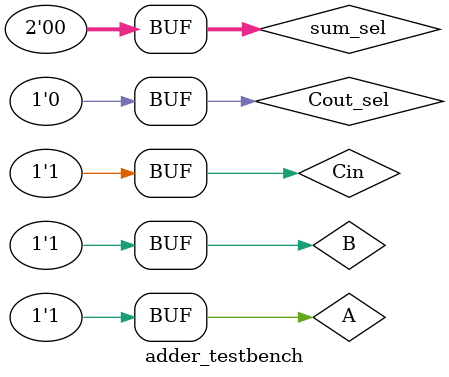
<source format=sv>
/*
 * EE469 Autumn 2022
 * Haosen Li, Peter Tran
 * 
 * This file computes adding bits together.
 *
 * Inputs:
 * A - 1 bit, A bit.
 * B - 1 bit, B bit.
 * Cin - Carry in.
 * Cout_sel - 1 bit, selects the Cout value.
 * sum_sel - 2 bits, selects the sum value.
 *
 * Outputs:
 * sum - 1 bit, Sum of the specified operation.
 * Cout - 1 bit, Carry out.
 */

`timescale 10ps / 1ps
module adder(
		input  logic A, B, Cin, Cout_sel,
		input  logic [1:0] sum_sel,
		output logic sum, Cout
	);
	
	logic and1, and2, and3, out, add_sum, or_AB;
	
	// Finds value of sum
	xor #5 summ (add_sum, A, B, Cin);
	
	// output of A or B
	or #5 orAB (or_AB, A, B);
	
	// Checks if Cout exists
	and #5 c_cout1 (and1, A, B);
	and #5 c_cout2 (and2, A, Cin);
	and #5 c_cout3 (and3, B, Cin);
	or #5 c_out (out, and1, and2, and3);
	
	// Muxes to determine the output of sum and Cout
	mux_2x1 mux2x1 (.in({out, 1'b0}), .sel(Cout_sel), .out(Cout)); 
	mux_4x1 mux4x1 (.in({add_sum, B, or_AB, and1}), .sel(sum_sel), .out(sum));
	
endmodule

`timescale 10 ps / 1 ps
module adder_testbench ();
	logic A, B, Cin, Cout_sel;
	logic [1:0] sum_sel;
	logic sum, Cout;
	
	adder dut (.*);
	
	integer i;
	initial begin
		
		/* TEST 1: ADDITION AND SUBTRACTION */
		Cout_sel <= 1'b1; sum_sel <= 2'b11;
		for (int i = 0; i < 8; i++) begin
			{A, B, Cin} = i; #200;
		end
		
		/* TEST 2: B AS OUTPUT */
		Cout_sel <= 1'b0; sum_sel <= 2'b10;
		for (int i = 0; i < 8; i++) begin
			{A, B, Cin} = i; #200;
		end
		
		/* TEST 3: A OR B */
		Cout_sel <= 1'b0; sum_sel <= 2'b01;
		for (int i = 0; i < 8; i++) begin
			{A, B, Cin} = i; #200;
		end
		
		/* TEST 4: A AND B */
		Cout_sel <= 1'b0; sum_sel <= 2'b00;
		for (int i = 0; i < 8; i++) begin
			{A, B, Cin} = i; #200;
		end
	end
	
endmodule
</source>
